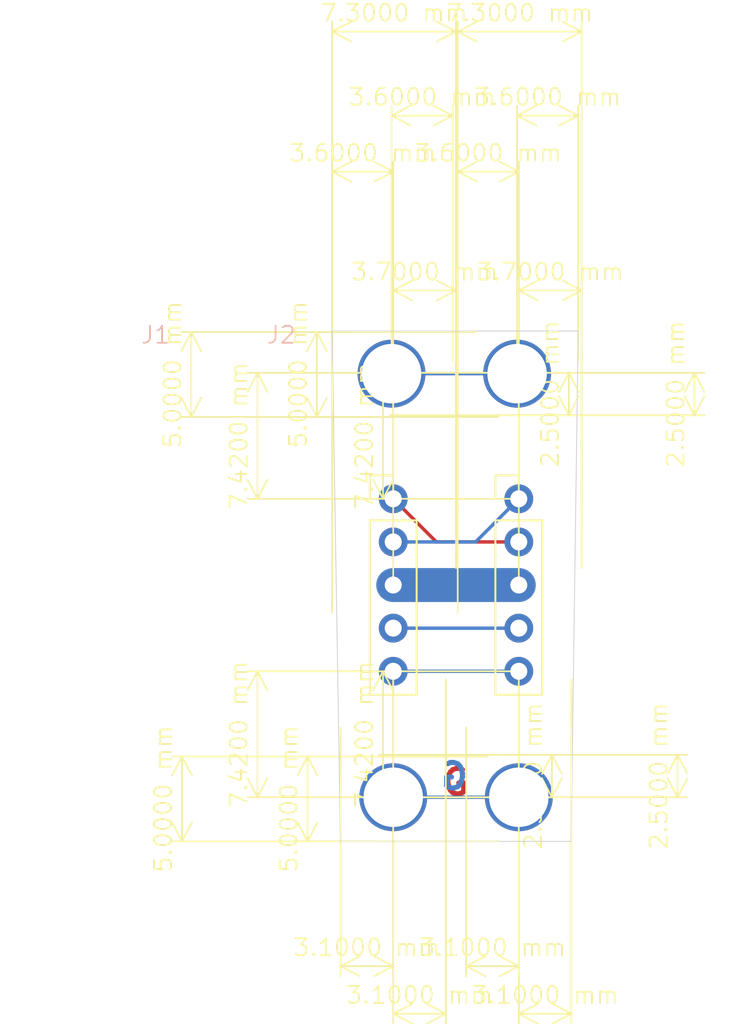
<source format=kicad_pcb>
(kicad_pcb (version 20241229) (generator "pcbnew") (generator_version "9.0")
  (title_block (title "Interconect Board") (date "2025-12-01") (rev "0") (company "WPI ECE2799 T1") (comment 1 "AAC"))
  (layers (0 "F.Cu" signal) (2 "B.Cu" signal) (13 "F.Paste" user) (15 "B.Paste" user) (5 "F.SilkS" user "F.Silkscreen") (7 "B.SilkS" user "B.Silkscreen") (1 "F.Mask" user) (3 "B.Mask" user) (25 "Edge.Cuts" user))
  (net 0 "")
  (net 1 "/nShoutIn1")
  (net 2 "/3.3V")
  (net 3 "/ESP_UART_TX")
  (net 4 "/5V")
  (net 5 "/GND")
  (net 6 "/ESP_UART_RX")
  (net 7 "/nShoutIn2")
  (footprint "Rose Actuator Library:InterconecsIside" (layer "F.Cu") (at 133.7 100)
    (property "Reference" "J2" (at -14.25 -14.73 0) (layer "B.SilkS") (effects (font (thickness 0.1))))
    (property "Value" "5x2.54mm+2xBus")
    (fp_line (start -1.63 -6.46) (end -0.25 -6.46) (stroke (width 0.12)) (layer "F.SilkS"))
    (fp_line (start -1.63 -5.08) (end -1.63 -6.46) (stroke (width 0.12)) (layer "F.SilkS"))
    (fp_line (start -1.63 -3.81) (end -1.63 6.46) (stroke (width 0.12)) (layer "F.SilkS"))
    (fp_line (start -1.63 -3.81) (end 1.13 -3.81) (stroke (width 0.12)) (layer "F.SilkS"))
    (fp_line (start -1.63 6.46) (end 1.13 6.46) (stroke (width 0.12)) (layer "F.SilkS"))
    (fp_line (start 1.13 -3.81) (end 1.13 6.46) (stroke (width 0.12)) (layer "F.SilkS"))
    (dimension (type orthogonal) (layer "F.SilkS") (pts (xy 133.45 100) (xy 137.15 99.5)) (height -17.35) (orientation 0) (format (prefix "") (suffix "") (units 3) (units_format 1) (precision 4)) (style (thickness 0.1) (arrow_length 1.27) (text_position_mode 0) (arrow_direction outward) (extension_height 0.58642) (extension_offset 0.5) (keep_text_aligned yes)) (gr_text "3.7000 mm" (at 135.3 81.55 0) (layer "F.SilkS") (effects (font (size 1 1) (thickness 0.1)))))
    (dimension (type orthogonal) (layer "F.SilkS") (pts (xy 132.7475 112.5) (xy 132.1 110)) (height 10.0525) (orientation 1) (format (prefix "") (suffix "") (units 3) (units_format 1) (precision 4)) (style (thickness 0.1) (arrow_length 1.27) (text_position_mode 0) (arrow_direction outward) (extension_height 0.58642) (extension_offset 0.5) (keep_text_aligned yes)) (gr_text "2.5000 mm" (at 141.7 111.25 90) (layer "F.SilkS") (effects (font (size 1 1) (thickness 0.1)))))
    (dimension (type orthogonal) (layer "F.SilkS") (pts (xy 133.45 94.92) (xy 129.85 96.25)) (height -19.27) (orientation 0) (format (prefix "") (suffix "") (units 3) (units_format 1) (precision 4)) (style (thickness 0.1) (arrow_length 1.27) (text_position_mode 0) (arrow_direction outward) (extension_height 0.58642) (extension_offset 0.5) (keep_text_aligned yes)) (gr_text "3.6000 mm" (at 131.65 74.55 0) (layer "F.SilkS") (effects (font (size 1 1) (thickness 0.1)))))
    (dimension (type orthogonal) (layer "F.SilkS") (pts (xy 132.7475 87.5) (xy 132.7475 90)) (height 11.0525) (orientation 1) (format (prefix "") (suffix "") (units 3) (units_format 1) (precision 4)) (style (thickness 0.1) (arrow_length 1.27) (text_position_mode 0) (arrow_direction outward) (extension_height 0.58642) (extension_offset 0.5) (keep_text_aligned yes)) (gr_text "2.5000 mm" (at 142.7 88.75 90) (layer "F.SilkS") (effects (font (size 1 1) (thickness 0.1)))))
    (dimension (type orthogonal) (layer "F.SilkS") (pts (xy 133.45 105.08) (xy 136.55 105.08)) (height 20.17) (orientation 0) (format (prefix "") (suffix "") (units 3) (units_format 1) (precision 4)) (style (thickness 0.1) (arrow_length 1.27) (text_position_mode 0) (arrow_direction outward) (extension_height 0.58642) (extension_offset 0.5) (keep_text_aligned yes)) (gr_text "3.1000 mm" (at 135 124.15 0) (layer "F.SilkS") (effects (font (size 1 1) (thickness 0.1)))))
    (dimension (type orthogonal) (layer "F.SilkS") (pts (xy 137.15 99.5) (xy 129.85 102.1)) (height -32.1) (orientation 0) (format (prefix "") (suffix "") (units 3) (units_format 1) (precision 4)) (style (thickness 0.1) (arrow_length 1.27) (text_position_mode 0) (arrow_direction outward) (extension_height 0.58642) (extension_offset 0.5) (keep_text_aligned yes)) (gr_text "7.3000 mm" (at 133.5 66.3 0) (layer "F.SilkS") (effects (font (size 1 1) (thickness 0.1)))))
    (dimension (type orthogonal) (layer "F.SilkS") (pts (xy 133.35 87.55) (xy 136.95 87.3)) (height -15.2) (orientation 0) (format (prefix "") (suffix "") (units 3) (units_format 1) (precision 4)) (style (thickness 0.1) (arrow_length 1.27) (text_position_mode 0) (arrow_direction outward) (extension_height 0.58642) (extension_offset 0.5) (keep_text_aligned yes)) (gr_text "3.6000 mm" (at 135.15 71.25 0) (layer "F.SilkS") (effects (font (size 1 1) (thickness 0.1)))))
    (dimension (type orthogonal) (layer "F.SilkS") (pts (xy 132.7475 90.1) (xy 131.4 85.1)) (height -11.1975) (orientation 1) (format (prefix "") (suffix "") (units 3) (units_format 1) (precision 4)) (style (thickness 0.1) (arrow_length 1.27) (text_position_mode 0) (arrow_direction outward) (extension_height 0.58642) (extension_offset 0.5) (keep_text_aligned yes)) (gr_text "5.0000 mm" (at 120.45 87.6 90) (layer "F.SilkS") (effects (font (size 1 1) (thickness 0.1)))))
    (dimension (type orthogonal) (layer "F.SilkS") (pts (xy 133.45 94.92) (xy 132.7475 87.5)) (height -8) (orientation 1) (format (prefix "") (suffix "") (units 3) (units_format 1) (precision 4)) (style (thickness 0.1) (arrow_length 1.27) (text_position_mode 0) (arrow_direction outward) (extension_height 0.58642) (extension_offset 0.5) (keep_text_aligned yes)) (gr_text "7.4200 mm" (at 124.35 91.21 90) (layer "F.SilkS") (effects (font (size 1 1) (thickness 0.1)))))
    (dimension (type orthogonal) (layer "F.SilkS") (pts (xy 133.45 105.08) (xy 130.35 107.9)) (height 17.37) (orientation 0) (format (prefix "") (suffix "") (units 3) (units_format 1) (precision 4)) (style (thickness 0.1) (arrow_length 1.27) (text_position_mode 0) (arrow_direction outward) (extension_height 0.58642) (extension_offset 0.5) (keep_text_aligned yes)) (gr_text "3.1000 mm" (at 131.9 121.35 0) (layer "F.SilkS") (effects (font (size 1 1) (thickness 0.1)))))
    (dimension (type orthogonal) (layer "F.SilkS") (pts (xy 133.45 105.08) (xy 132.7475 112.5)) (height -8) (orientation 1) (format (prefix "") (suffix "") (units 3) (units_format 1) (precision 4)) (style (thickness 0.1) (arrow_length 1.27) (text_position_mode 0) (arrow_direction outward) (extension_height 0.58642) (extension_offset 0.5) (keep_text_aligned yes)) (gr_text "7.4200 mm" (at 124.35 108.79 90) (layer "F.SilkS") (effects (font (size 1 1) (thickness 0.1)))))
    (dimension (type orthogonal) (layer "F.SilkS") (pts (xy 132.1 110.1) (xy 132.7475 115.1)) (height -11.1) (orientation 1) (format (prefix "") (suffix "") (units 3) (units_format 1) (precision 4)) (style (thickness 0.1) (arrow_length 1.27) (text_position_mode 0) (arrow_direction outward) (extension_height 0.58642) (extension_offset 0.5) (keep_text_aligned yes)) (gr_text "5.0000 mm" (at 119.9 112.6 90) (layer "F.SilkS") (effects (font (size 1 1) (thickness 0.1)))))
    (pad "1" thru_hole circle (at -0.35 -12.45) (size 4 4) (drill 3.5) (layers "*.Cu" "*.Mask") (net 4 "/5V"))
    (pad "2" thru_hole circle (at -0.25 -5.08) (size 1.7 1.7) (drill 1) (layers "*.Cu" "*.Mask") (net 1 "/nShoutIn1"))
    (pad "3" thru_hole circle (at -0.25 -2.54) (size 1.7 1.7) (drill 1) (layers "*.Cu" "*.Mask") (net 7 "/nShoutIn2"))
    (pad "4" thru_hole circle (at -0.25 0) (size 1.7 1.7) (drill 1) (layers "*.Cu" "*.Mask") (net 2 "/3.3V"))
    (pad "5" thru_hole circle (at -0.25 2.54) (size 1.7 1.7) (drill 1) (layers "*.Cu" "*.Mask") (net 3 "/ESP_UART_TX"))
    (pad "6" thru_hole circle (at -0.25 5.08) (size 1.7 1.7) (drill 1) (layers "*.Cu" "*.Mask") (net 6 "/ESP_UART_RX"))
    (pad "7" thru_hole circle (at -0.25 12.5) (size 4 4) (drill 3.5) (layers "*.Cu" "*.Mask") (net 5 "/GND"))
  )
  (footprint "Rose Actuator Library:InterconecsIside" (layer "F.Cu") (at 126.3 100)
    (property "Reference" "J1" (at -14.25 -14.73 0) (layer "B.SilkS") (effects (font (thickness 0.1))))
    (property "Value" "5x2.54mm+2xBus")
    (fp_line (start -1.63 -6.46) (end -0.25 -6.46) (stroke (width 0.12)) (layer "F.SilkS"))
    (fp_line (start -1.63 -5.08) (end -1.63 -6.46) (stroke (width 0.12)) (layer "F.SilkS"))
    (fp_line (start -1.63 -3.81) (end -1.63 6.46) (stroke (width 0.12)) (layer "F.SilkS"))
    (fp_line (start -1.63 -3.81) (end 1.13 -3.81) (stroke (width 0.12)) (layer "F.SilkS"))
    (fp_line (start -1.63 6.46) (end 1.13 6.46) (stroke (width 0.12)) (layer "F.SilkS"))
    (fp_line (start 1.13 -3.81) (end 1.13 6.46) (stroke (width 0.12)) (layer "F.SilkS"))
    (dimension (type orthogonal) (layer "F.SilkS") (pts (xy 126.05 105.08) (xy 122.95 107.9)) (height 17.37) (orientation 0) (format (prefix "") (suffix "") (units 3) (units_format 1) (precision 4)) (style (thickness 0.1) (arrow_length 1.27) (text_position_mode 0) (arrow_direction outward) (extension_height 0.58642) (extension_offset 0.5) (keep_text_aligned yes)) (gr_text "3.1000 mm" (at 124.5 121.35 0) (layer "F.SilkS") (effects (font (size 1 1) (thickness 0.1)))))
    (dimension (type orthogonal) (layer "F.SilkS") (pts (xy 126.05 105.08) (xy 129.15 105.08)) (height 20.17) (orientation 0) (format (prefix "") (suffix "") (units 3) (units_format 1) (precision 4)) (style (thickness 0.1) (arrow_length 1.27) (text_position_mode 0) (arrow_direction outward) (extension_height 0.58642) (extension_offset 0.5) (keep_text_aligned yes)) (gr_text "3.1000 mm" (at 127.6 124.15 0) (layer "F.SilkS") (effects (font (size 1 1) (thickness 0.1)))))
    (dimension (type orthogonal) (layer "F.SilkS") (pts (xy 126.05 105.08) (xy 125.3475 112.5)) (height -8) (orientation 1) (format (prefix "") (suffix "") (units 3) (units_format 1) (precision 4)) (style (thickness 0.1) (arrow_length 1.27) (text_position_mode 0) (arrow_direction outward) (extension_height 0.58642) (extension_offset 0.5) (keep_text_aligned yes)) (gr_text "7.4200 mm" (at 116.95 108.79 90) (layer "F.SilkS") (effects (font (size 1 1) (thickness 0.1)))))
    (dimension (type orthogonal) (layer "F.SilkS") (pts (xy 126.05 94.92) (xy 125.3475 87.5)) (height -8) (orientation 1) (format (prefix "") (suffix "") (units 3) (units_format 1) (precision 4)) (style (thickness 0.1) (arrow_length 1.27) (text_position_mode 0) (arrow_direction outward) (extension_height 0.58642) (extension_offset 0.5) (keep_text_aligned yes)) (gr_text "7.4200 mm" (at 116.95 91.21 90) (layer "F.SilkS") (effects (font (size 1 1) (thickness 0.1)))))
    (dimension (type orthogonal) (layer "F.SilkS") (pts (xy 126.05 100) (xy 129.75 99.5)) (height -17.35) (orientation 0) (format (prefix "") (suffix "") (units 3) (units_format 1) (precision 4)) (style (thickness 0.1) (arrow_length 1.27) (text_position_mode 0) (arrow_direction outward) (extension_height 0.58642) (extension_offset 0.5) (keep_text_aligned yes)) (gr_text "3.7000 mm" (at 127.9 81.55 0) (layer "F.SilkS") (effects (font (size 1 1) (thickness 0.1)))))
    (dimension (type orthogonal) (layer "F.SilkS") (pts (xy 125.95 87.55) (xy 129.55 87.3)) (height -15.2) (orientation 0) (format (prefix "") (suffix "") (units 3) (units_format 1) (precision 4)) (style (thickness 0.1) (arrow_length 1.27) (text_position_mode 0) (arrow_direction outward) (extension_height 0.58642) (extension_offset 0.5) (keep_text_aligned yes)) (gr_text "3.6000 mm" (at 127.75 71.25 0) (layer "F.SilkS") (effects (font (size 1 1) (thickness 0.1)))))
    (dimension (type orthogonal) (layer "F.SilkS") (pts (xy 125.3475 90.1) (xy 124 85.1)) (height -11.1975) (orientation 1) (format (prefix "") (suffix "") (units 3) (units_format 1) (precision 4)) (style (thickness 0.1) (arrow_length 1.27) (text_position_mode 0) (arrow_direction outward) (extension_height 0.58642) (extension_offset 0.5) (keep_text_aligned yes)) (gr_text "5.0000 mm" (at 113.05 87.6 90) (layer "F.SilkS") (effects (font (size 1 1) (thickness 0.1)))))
    (dimension (type orthogonal) (layer "F.SilkS") (pts (xy 125.3475 112.5) (xy 124.7 110)) (height 10.0525) (orientation 1) (format (prefix "") (suffix "") (units 3) (units_format 1) (precision 4)) (style (thickness 0.1) (arrow_length 1.27) (text_position_mode 0) (arrow_direction outward) (extension_height 0.58642) (extension_offset 0.5) (keep_text_aligned yes)) (gr_text "2.5000 mm" (at 134.3 111.25 90) (layer "F.SilkS") (effects (font (size 1 1) (thickness 0.1)))))
    (dimension (type orthogonal) (layer "F.SilkS") (pts (xy 125.3475 87.5) (xy 125.3475 90)) (height 11.0525) (orientation 1) (format (prefix "") (suffix "") (units 3) (units_format 1) (precision 4)) (style (thickness 0.1) (arrow_length 1.27) (text_position_mode 0) (arrow_direction outward) (extension_height 0.58642) (extension_offset 0.5) (keep_text_aligned yes)) (gr_text "2.5000 mm" (at 135.3 88.75 90) (layer "F.SilkS") (effects (font (size 1 1) (thickness 0.1)))))
    (dimension (type orthogonal) (layer "F.SilkS") (pts (xy 124.7 110.1) (xy 125.3475 115.1)) (height -11.1) (orientation 1) (format (prefix "") (suffix "") (units 3) (units_format 1) (precision 4)) (style (thickness 0.1) (arrow_length 1.27) (text_position_mode 0) (arrow_direction outward) (extension_height 0.58642) (extension_offset 0.5) (keep_text_aligned yes)) (gr_text "5.0000 mm" (at 112.5 112.6 90) (layer "F.SilkS") (effects (font (size 1 1) (thickness 0.1)))))
    (dimension (type orthogonal) (layer "F.SilkS") (pts (xy 129.75 99.5) (xy 122.45 102.1)) (height -32.1) (orientation 0) (format (prefix "") (suffix "") (units 3) (units_format 1) (precision 4)) (style (thickness 0.1) (arrow_length 1.27) (text_position_mode 0) (arrow_direction outward) (extension_height 0.58642) (extension_offset 0.5) (keep_text_aligned yes)) (gr_text "7.3000 mm" (at 126.1 66.3 0) (layer "F.SilkS") (effects (font (size 1 1) (thickness 0.1)))))
    (dimension (type orthogonal) (layer "F.SilkS") (pts (xy 126.05 94.92) (xy 122.45 96.25)) (height -19.27) (orientation 0) (format (prefix "") (suffix "") (units 3) (units_format 1) (precision 4)) (style (thickness 0.1) (arrow_length 1.27) (text_position_mode 0) (arrow_direction outward) (extension_height 0.58642) (extension_offset 0.5) (keep_text_aligned yes)) (gr_text "3.6000 mm" (at 124.25 74.55 0) (layer "F.SilkS") (effects (font (size 1 1) (thickness 0.1)))))
    (pad "1" thru_hole circle (at -0.35 -12.45) (size 4 4) (drill 3.5) (layers "*.Cu" "*.Mask") (net 4 "/5V"))
    (pad "2" thru_hole circle (at -0.25 -5.08) (size 1.7 1.7) (drill 1) (layers "*.Cu" "*.Mask") (net 7 "/nShoutIn2"))
    (pad "3" thru_hole circle (at -0.25 -2.54) (size 1.7 1.7) (drill 1) (layers "*.Cu" "*.Mask") (net 1 "/nShoutIn1"))
    (pad "4" thru_hole circle (at -0.25 0) (size 1.7 1.7) (drill 1) (layers "*.Cu" "*.Mask") (net 2 "/3.3V"))
    (pad "5" thru_hole circle (at -0.25 2.54) (size 1.7 1.7) (drill 1) (layers "*.Cu" "*.Mask") (net 3 "/ESP_UART_TX"))
    (pad "6" thru_hole circle (at -0.25 5.08) (size 1.7 1.7) (drill 1) (layers "*.Cu" "*.Mask") (net 6 "/ESP_UART_RX"))
    (pad "7" thru_hole circle (at -0.25 12.5) (size 4 4) (drill 3.5) (layers "*.Cu" "*.Mask") (net 5 "/GND"))
  )
  (gr_line (start 125.45 112.5) (end 134 112.5) (stroke (width 0.2)) (layer "B.Cu") (net 5))
  (gr_line (start 125.95 87.55) (end 133.35 87.55) (stroke (width 0.2)) (layer "B.Cu") (net 4))
  (gr_line (start 136.95 85.04) (end 136.53 115.1) (stroke (width 0.05)) (layer "Edge.Cuts"))
  (gr_line (start 122.44902 85.04) (end 122.45 85.1) (stroke (width 0.05)) (layer "Edge.Cuts"))
  (gr_line (start 125.46 85.04) (end 136.95 85.04) (stroke (width 0.05)) (layer "Edge.Cuts"))
  (gr_line (start 125.46 85.04) (end 124 85.04) (stroke (width 0.05)) (layer "Edge.Cuts"))
  (gr_line (start 124 85.04) (end 122.44902 85.04) (stroke (width 0.05)) (layer "Edge.Cuts"))
  (gr_line (start 122.94 115.1) (end 122.45 85.1) (stroke (width 0.05)) (layer "Edge.Cuts"))
  (gr_line (start 122.94 115.1) (end 136.53 115.1) (stroke (width 0.05)) (layer "Edge.Cuts"))
  (gr_text "G" (at 128.79 112.5 0) (layer "F.Cu") (effects (font (size 1.5 1.5) (thickness 0.3) (bold yes)) (justify left bottom)))
  (gr_text "G" (at 130.61 112.15 0) (layer "B.Cu") (effects (font (size 1.5 1.5) (thickness 0.3) (bold yes)) (justify left bottom mirror)))
  (segment (start 130.91 97.46) (end 126.05 97.46) (width 0.2) (layer "B.Cu") (net 1))
  (segment (start 133.45 94.92) (end 130.91 97.46) (width 0.2) (layer "B.Cu") (net 1))
  (segment (start 126.05 100) (end 133.45 100) (width 2) (layer "B.Cu") (net 2))
  (segment (start 126.05 102.54) (end 133.45 102.54) (width 0.2) (layer "B.Cu") (net 3))
  (segment (start 126.05 105.08) (end 133.45 105.08) (width 0.2) (layer "B.Cu") (net 6))
  (segment (start 128.59 97.46) (end 133.45 97.46) (width 0.2) (layer "F.Cu") (net 7))
  (segment (start 126.05 94.92) (end 128.59 97.46) (width 0.2) (layer "F.Cu") (net 7))
)
</source>
